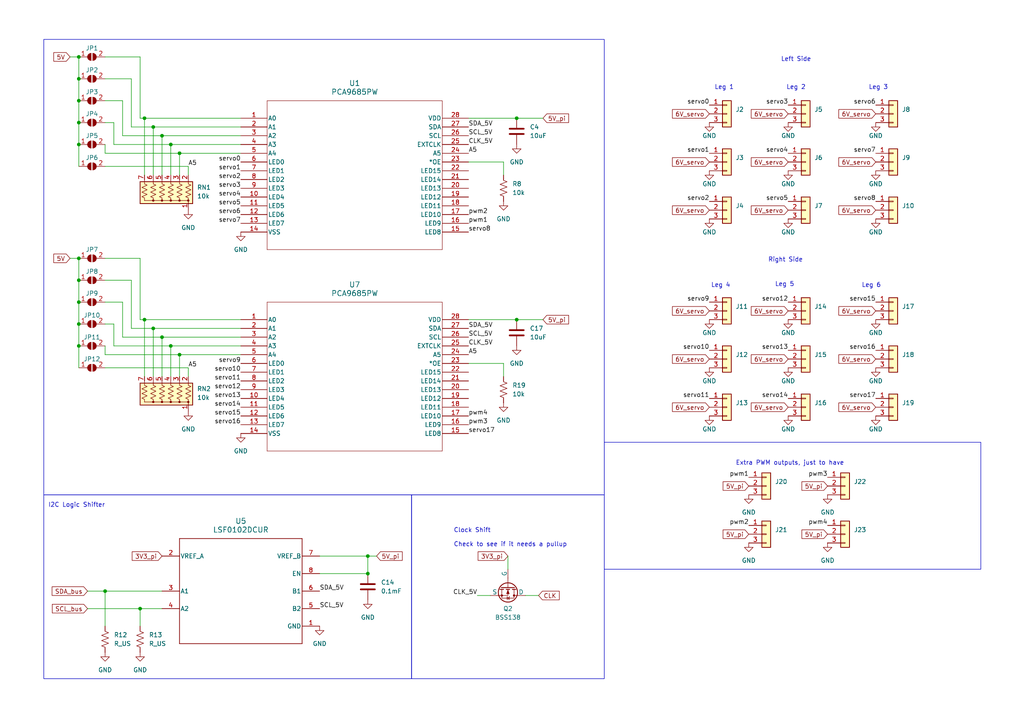
<source format=kicad_sch>
(kicad_sch (version 20231120) (generator "eeschema") (generator_version "8.0")
  (paper "A4")
  (lib_symbols
    (symbol "Alecs_Lib:LSF0102DCUR" (pin_names (offset 0.254))
      (property "Reference" "U" (at 0 2.54 0))
      (property "Value" "LSF0102DCUR" (at 0 0 0))
      (symbol "LSF0102DCUR_0_1"
        (polyline (pts (xy -17.78 -15.24) (xy 17.78 -15.24)) (stroke (width 0.2032)))
        (polyline (pts (xy -17.78 15.24) (xy -17.78 -15.24)) (stroke (width 0.2032)))
        (polyline (pts (xy 17.78 -15.24) (xy 17.78 15.24)) (stroke (width 0.2032)))
        (polyline (pts (xy 17.78 15.24) (xy -17.78 15.24)) (stroke (width 0.2032)))
        (pin power_in line (at 22.86 -10.16 180) (length 5.08) (name "GND") (number "1"))
        (pin power_in line (at -22.86 10.16 0) (length 5.08) (name "VREF_A") (number "2"))
        (pin bidirectional line (at -22.86 0 0) (length 5.08) (name "A1") (number "3"))
        (pin bidirectional line (at -22.86 -5.08 0) (length 5.08) (name "A2") (number "4"))
        (pin bidirectional line (at 22.86 -5.08 180) (length 5.08) (name "B2") (number "5"))
        (pin bidirectional line (at 22.86 0 180) (length 5.08) (name "B1") (number "6"))
        (pin power_in line (at 22.86 10.16 180) (length 5.08) (name "VREF_B") (number "7"))
        (pin input line (at 22.86 5.08 180) (length 5.08) (name "EN") (number "8"))
      )
    )
    (symbol "Alecs_Lib:PCA9685PW" (pin_names (offset 0.254))
      (property "Reference" "U" (at 33.02 10.16 0))
      (property "Value" "PCA9685PW" (at 33.02 7.62 0))
      (property "Footprint" "SOT361-1_NXP" (at 0 0 0))
      (property "Datasheet" "https://www.digikey.be/htmldatasheets/production/1640697/0/0/1/PCA9685-Datasheet.pdf" (at 0 0 0))
      (symbol "PCA9685PW_0_1"
        (polyline (pts (xy 7.62 -38.1) (xy 58.42 -38.1)) (stroke (width 0.127)))
        (polyline (pts (xy 7.62 5.08) (xy 7.62 -38.1)) (stroke (width 0.127)))
        (polyline (pts (xy 58.42 -38.1) (xy 58.42 5.08)) (stroke (width 0.127)))
        (polyline (pts (xy 58.42 5.08) (xy 7.62 5.08)) (stroke (width 0.127)))
        (pin unspecified line (at 0 0 0) (length 7.62) (name "A0") (number "1"))
        (pin unspecified line (at 0 -22.86 0) (length 7.62) (name "LED4") (number "10"))
        (pin unspecified line (at 0 -25.4 0) (length 7.62) (name "LED5") (number "11"))
        (pin unspecified line (at 0 -27.94 0) (length 7.62) (name "LED6") (number "12"))
        (pin unspecified line (at 0 -30.48 0) (length 7.62) (name "LED7") (number "13"))
        (pin unspecified line (at 0 -33.02 0) (length 7.62) (name "VSS") (number "14"))
        (pin unspecified line (at 66.04 -33.02 180) (length 7.62) (name "LED8") (number "15"))
        (pin unspecified line (at 66.04 -30.48 180) (length 7.62) (name "LED9") (number "16"))
        (pin unspecified line (at 66.04 -27.94 180) (length 7.62) (name "LED10") (number "17"))
        (pin unspecified line (at 66.04 -25.4 180) (length 7.62) (name "LED11") (number "18"))
        (pin unspecified line (at 66.04 -22.86 180) (length 7.62) (name "LED12") (number "19"))
        (pin unspecified line (at 0 -2.54 0) (length 7.62) (name "A1") (number "2"))
        (pin unspecified line (at 66.04 -20.32 180) (length 7.62) (name "LED13") (number "20"))
        (pin unspecified line (at 66.04 -17.78 180) (length 7.62) (name "LED14") (number "21"))
        (pin unspecified line (at 66.04 -15.24 180) (length 7.62) (name "LED15") (number "22"))
        (pin unspecified line (at 66.04 -12.7 180) (length 7.62) (name "*OE") (number "23"))
        (pin unspecified line (at 66.04 -10.16 180) (length 7.62) (name "A5") (number "24"))
        (pin unspecified line (at 66.04 -7.62 180) (length 7.62) (name "EXTCLK") (number "25"))
        (pin unspecified line (at 66.04 -5.08 180) (length 7.62) (name "SCL") (number "26"))
        (pin unspecified line (at 66.04 -2.54 180) (length 7.62) (name "SDA") (number "27"))
        (pin unspecified line (at 66.04 0 180) (length 7.62) (name "VDD") (number "28"))
        (pin unspecified line (at 0 -5.08 0) (length 7.62) (name "A2") (number "3"))
        (pin unspecified line (at 0 -7.62 0) (length 7.62) (name "A3") (number "4"))
        (pin unspecified line (at 0 -10.16 0) (length 7.62) (name "A4") (number "5"))
        (pin unspecified line (at 0 -12.7 0) (length 7.62) (name "LED0") (number "6"))
        (pin unspecified line (at 0 -15.24 0) (length 7.62) (name "LED1") (number "7"))
        (pin unspecified line (at 0 -17.78 0) (length 7.62) (name "LED2") (number "8"))
        (pin unspecified line (at 0 -20.32 0) (length 7.62) (name "LED3") (number "9"))
      )
    )
    (symbol "Connector_Generic:Conn_01x03" (pin_names (offset 1.016) hide)
      (property "Reference" "J" (at 0 5.08 0))
      (property "Value" "Conn_01x03" (at 0 -5.08 0))
      (symbol "Conn_01x03_1_1"
        (rectangle (start -1.27 -2.413) (end 0 -2.667) (stroke (width 0.1524)))
        (rectangle (start -1.27 0.127) (end 0 -0.127) (stroke (width 0.1524)))
        (rectangle (start -1.27 2.667) (end 0 2.413) (stroke (width 0.1524)))
        (rectangle (start -1.27 3.81) (end 1.27 -3.81) (stroke (width 0.254)) (fill (type background)))
        (pin passive line (at -5.08 2.54 0) (length 3.81) (name "Pin_1") (number "1"))
        (pin passive line (at -5.08 0 0) (length 3.81) (name "Pin_2") (number "2"))
        (pin passive line (at -5.08 -2.54 0) (length 3.81) (name "Pin_3") (number "3"))
      )
    )
    (symbol "Device:C" (pin_numbers hide) (pin_names (offset 0.254))
      (property "Reference" "C" (at 0.635 2.54 0))
      (property "Value" "C" (at 0.635 -2.54 0))
      (symbol "C_0_1"
        (polyline (pts (xy -2.032 -0.762) (xy 2.032 -0.762)) (stroke (width 0.508)))
        (polyline (pts (xy -2.032 0.762) (xy 2.032 0.762)) (stroke (width 0.508)))
      )
      (symbol "C_1_1"
        (pin passive line (at 0 3.81 270) (length 2.794) (name "~") (number "1"))
        (pin passive line (at 0 -3.81 90) (length 2.794) (name "~") (number "2"))
      )
    )
    (symbol "Device:R_Network06_US" (pin_names (offset 0) hide)
      (property "Reference" "RN" (at -10.16 0 90))
      (property "Value" "R_Network06_US" (at 7.62 0 90))
      (symbol "R_Network06_US_0_1"
        (rectangle (start -8.89 -3.175) (end 6.35 3.175) (stroke (width 0.254)) (fill (type background)))
        (circle (center -7.62 2.286) (radius 0.254) (fill (type outline)))
        (circle (center -5.08 2.286) (radius 0.254) (fill (type outline)))
        (circle (center -2.54 2.286) (radius 0.254) (fill (type outline)))
        (polyline (pts (xy -7.62 2.286) (xy 5.08 2.286)))
        (polyline (pts (xy -7.62 2.286) (xy -7.62 1.524) (xy -6.858 1.1684) (xy -8.382 0.508) (xy -6.858 -0.1524) (xy -8.382 -0.8382) (xy -6.858 -1.524) (xy -8.382 -2.1844) (xy -7.62 -2.54) (xy -7.62 -3.81)))
        (polyline (pts (xy -5.08 2.286) (xy -5.08 1.524) (xy -4.318 1.1684) (xy -5.842 0.508) (xy -4.318 -0.1524) (xy -5.842 -0.8382) (xy -4.318 -1.524) (xy -5.842 -2.1844) (xy -5.08 -2.54) (xy -5.08 -3.81)))
        (polyline (pts (xy -2.54 2.286) (xy -2.54 1.524) (xy -1.778 1.1684) (xy -3.302 0.508) (xy -1.778 -0.1524) (xy -3.302 -0.8382) (xy -1.778 -1.524) (xy -3.302 -2.1844) (xy -2.54 -2.54) (xy -2.54 -3.81)))
        (polyline (pts (xy 0 2.286) (xy 0 1.524) (xy 0.762 1.1684) (xy -0.762 0.508) (xy 0.762 -0.1524) (xy -0.762 -0.8382) (xy 0.762 -1.524) (xy -0.762 -2.1844) (xy 0 -2.54) (xy 0 -3.81)))
        (polyline (pts (xy 2.54 2.286) (xy 2.54 1.524) (xy 3.302 1.1684) (xy 1.778 0.508) (xy 3.302 -0.1524) (xy 1.778 -0.8382) (xy 3.302 -1.524) (xy 1.778 -2.1844) (xy 2.54 -2.54) (xy 2.54 -3.81)))
        (polyline (pts (xy 5.08 2.286) (xy 5.08 1.524) (xy 5.842 1.1684) (xy 4.318 0.508) (xy 5.842 -0.1524) (xy 4.318 -0.8382) (xy 5.842 -1.524) (xy 4.318 -2.1844) (xy 5.08 -2.54) (xy 5.08 -3.81)))
        (circle (center 0 2.286) (radius 0.254) (fill (type outline)))
        (circle (center 2.54 2.286) (radius 0.254) (fill (type outline)))
      )
      (symbol "R_Network06_US_1_1"
        (pin passive line (at -7.62 5.08 270) (length 2.54) (name "common") (number "1"))
        (pin passive line (at -7.62 -5.08 90) (length 1.27) (name "R1") (number "2"))
        (pin passive line (at -5.08 -5.08 90) (length 1.27) (name "R2") (number "3"))
        (pin passive line (at -2.54 -5.08 90) (length 1.27) (name "R3") (number "4"))
        (pin passive line (at 0 -5.08 90) (length 1.27) (name "R4") (number "5"))
        (pin passive line (at 2.54 -5.08 90) (length 1.27) (name "R5") (number "6"))
        (pin passive line (at 5.08 -5.08 90) (length 1.27) (name "R6") (number "7"))
      )
    )
    (symbol "Device:R_US" (pin_numbers hide) (pin_names (offset 0))
      (property "Reference" "R" (at 2.54 0 90))
      (property "Value" "R_US" (at -2.54 0 90))
      (symbol "R_US_0_1"
        (polyline (pts (xy 0 -2.286) (xy 0 -2.54)))
        (polyline (pts (xy 0 2.286) (xy 0 2.54)))
        (polyline (pts (xy 0 -0.762) (xy 1.016 -1.143) (xy 0 -1.524) (xy -1.016 -1.905) (xy 0 -2.286)))
        (polyline (pts (xy 0 0.762) (xy 1.016 0.381) (xy 0 0) (xy -1.016 -0.381) (xy 0 -0.762)))
        (polyline (pts (xy 0 2.286) (xy 1.016 1.905) (xy 0 1.524) (xy -1.016 1.143) (xy 0 0.762)))
      )
      (symbol "R_US_1_1"
        (pin passive line (at 0 3.81 270) (length 1.27) (name "~") (number "1"))
        (pin passive line (at 0 -3.81 90) (length 1.27) (name "~") (number "2"))
      )
    )
    (symbol "GND_1" (power) (pin_numbers hide) (pin_names (offset 0) hide)
      (property "Value" "GND" (at 0 -3.81 0))
      (symbol "GND_1_0_1"
        (polyline (pts (xy 0 0) (xy 0 -1.27) (xy 1.27 -1.27) (xy 0 -2.54) (xy -1.27 -1.27) (xy 0 -1.27)))
      )
      (symbol "GND_1_1_1"
        (pin power_in line (at 0 0 270) (length 0) (name "~") (number "1"))
      )
    )
    (symbol "Jumper:SolderJumper_2_Open" (pin_names (offset 0) hide)
      (property "Reference" "JP" (at 0 2.032 0))
      (property "Value" "SolderJumper_2_Open" (at 0 -2.54 0))
      (symbol "SolderJumper_2_Open_0_1"
        (arc (start -0.254 1.016) (mid -1.2656 0) (end -0.254 -1.016))
        (arc (start -0.254 1.016) (mid -1.2656 0) (end -0.254 -1.016) (fill (type outline)))
        (polyline (pts (xy -0.254 1.016) (xy -0.254 -1.016)))
        (polyline (pts (xy 0.254 1.016) (xy 0.254 -1.016)))
        (arc (start 0.254 -1.016) (mid 1.2656 0) (end 0.254 1.016))
        (arc (start 0.254 -1.016) (mid 1.2656 0) (end 0.254 1.016) (fill (type outline)))
      )
      (symbol "SolderJumper_2_Open_1_1"
        (pin passive line (at -3.81 0 0) (length 2.54) (name "A") (number "1"))
        (pin passive line (at 3.81 0 180) (length 2.54) (name "B") (number "2"))
      )
    )
    (symbol "Simulation_SPICE:NMOS" (pin_numbers hide) (pin_names (offset 0))
      (property "Reference" "Q" (at 5.08 1.27 0))
      (property "Value" "NMOS" (at 5.08 -1.27 0))
      (symbol "NMOS_0_1"
        (polyline (pts (xy 0.254 0) (xy -2.54 0)))
        (polyline (pts (xy 0.254 1.905) (xy 0.254 -1.905)) (stroke (width 0.254)))
        (polyline (pts (xy 0.762 -1.27) (xy 0.762 -2.286)) (stroke (width 0.254)))
        (polyline (pts (xy 0.762 0.508) (xy 0.762 -0.508)) (stroke (width 0.254)))
        (polyline (pts (xy 0.762 2.286) (xy 0.762 1.27)) (stroke (width 0.254)))
        (polyline (pts (xy 2.54 2.54) (xy 2.54 1.778)))
        (polyline (pts (xy 2.54 -2.54) (xy 2.54 0) (xy 0.762 0)))
        (polyline (pts (xy 0.762 -1.778) (xy 3.302 -1.778) (xy 3.302 1.778) (xy 0.762 1.778)))
        (polyline (pts (xy 1.016 0) (xy 2.032 0.381) (xy 2.032 -0.381) (xy 1.016 0)) (fill (type outline)))
        (polyline (pts (xy 2.794 0.508) (xy 2.921 0.381) (xy 3.683 0.381) (xy 3.81 0.254)))
        (polyline (pts (xy 3.302 0.381) (xy 2.921 -0.254) (xy 3.683 -0.254) (xy 3.302 0.381)))
        (circle (center 1.651 0) (radius 2.794) (stroke (width 0.254)))
        (circle (center 2.54 -1.778) (radius 0.254) (fill (type outline)))
        (circle (center 2.54 1.778) (radius 0.254) (fill (type outline)))
      )
      (symbol "NMOS_1_1"
        (pin passive line (at 2.54 5.08 270) (length 2.54) (name "D") (number "1"))
        (pin input line (at -5.08 0 0) (length 2.54) (name "G") (number "2"))
        (pin passive line (at 2.54 -5.08 90) (length 2.54) (name "S") (number "3"))
      )
    )
    (symbol "power:GND" (power) (pin_names (offset 0))
      (property "Value" "GND" (at 0 -3.81 0))
      (symbol "GND_0_1"
        (polyline (pts (xy 0 0) (xy 0 -1.27) (xy 1.27 -1.27) (xy 0 -2.54) (xy -1.27 -1.27) (xy 0 -1.27)))
      )
      (symbol "GND_1_1"
        (pin power_in line (at 0 0 270) (length 0) hide (name "GND") (number "1"))
      )
    )
  )
  (junction (at 149.86 34.29))
  (junction (at 106.68 166.37))
  (junction (at 49.53 41.91))
  (junction (at 22.86 35.56))
  (junction (at 22.86 22.86))
  (junction (at 22.86 93.98))
  (junction (at 41.91 34.29))
  (junction (at 41.91 92.71))
  (junction (at 22.86 41.91))
  (junction (at 106.68 161.29))
  (junction (at 49.53 100.33))
  (junction (at 22.86 16.51))
  (junction (at 52.07 102.87))
  (junction (at 149.86 92.71))
  (junction (at 30.48 171.45))
  (junction (at 22.86 74.93))
  (junction (at 52.07 44.45))
  (junction (at 22.86 87.63))
  (junction (at 22.86 29.21))
  (junction (at 22.86 81.28))
  (junction (at 46.99 39.37))
  (junction (at 44.45 36.83))
  (junction (at 44.45 95.25))
  (junction (at 22.86 100.33))
  (junction (at 40.64 176.53))
  (junction (at 46.99 97.79))
  (wire (pts (xy 22.86 81.28) (xy 22.86 87.63)))
  (wire (pts (xy 22.86 87.63) (xy 22.86 93.98)))
  (wire (pts (xy 46.99 109.22) (xy 46.99 97.79)))
  (wire (pts (xy 41.91 34.29) (xy 69.85 34.29)))
  (wire (pts (xy 33.02 41.91) (xy 49.53 41.91)))
  (wire (pts (xy 106.68 161.29) (xy 92.71 161.29)))
  (wire (pts (xy 52.07 50.8) (xy 52.07 44.45)))
  (wire (pts (xy 33.02 100.33) (xy 49.53 100.33)))
  (wire (pts (xy 49.53 109.22) (xy 49.53 100.33)))
  (wire (pts (xy 30.48 16.51) (xy 40.64 16.51)))
  (wire (pts (xy 49.53 41.91) (xy 69.85 41.91)))
  (wire (pts (xy 30.48 41.91) (xy 30.48 44.45)))
  (wire (pts (xy 20.32 16.51) (xy 22.86 16.51)))
  (wire (pts (xy 22.86 35.56) (xy 22.86 41.91)))
  (wire (pts (xy 40.64 74.93) (xy 40.64 92.71)))
  (wire (pts (xy 44.45 95.25) (xy 69.85 95.25)))
  (wire (pts (xy 40.64 176.53) (xy 46.99 176.53)))
  (wire (pts (xy 33.02 93.98) (xy 33.02 100.33)))
  (wire (pts (xy 49.53 50.8) (xy 49.53 41.91)))
  (wire (pts (xy 149.86 34.29) (xy 135.89 34.29)))
  (wire (pts (xy 22.86 16.51) (xy 22.86 22.86)))
  (wire (pts (xy 22.86 74.93) (xy 22.86 81.28)))
  (wire (pts (xy 25.4 171.45) (xy 30.48 171.45)))
  (wire (pts (xy 46.99 39.37) (xy 69.85 39.37)))
  (wire (pts (xy 54.61 106.68) (xy 54.61 109.22)))
  (wire (pts (xy 152.4 172.72) (xy 156.21 172.72)))
  (wire (pts (xy 146.05 46.99) (xy 146.05 50.8)))
  (wire (pts (xy 30.48 29.21) (xy 35.56 29.21)))
  (wire (pts (xy 35.56 29.21) (xy 35.56 39.37)))
  (wire (pts (xy 22.86 22.86) (xy 22.86 29.21)))
  (wire (pts (xy 30.48 102.87) (xy 52.07 102.87)))
  (wire (pts (xy 147.32 161.29) (xy 147.32 165.1)))
  (wire (pts (xy 157.48 34.29) (xy 149.86 34.29)))
  (wire (pts (xy 30.48 35.56) (xy 33.02 35.56)))
  (wire (pts (xy 46.99 50.8) (xy 46.99 39.37)))
  (wire (pts (xy 44.45 36.83) (xy 69.85 36.83)))
  (wire (pts (xy 40.64 92.71) (xy 41.91 92.71)))
  (wire (pts (xy 30.48 74.93) (xy 40.64 74.93)))
  (wire (pts (xy 38.1 36.83) (xy 44.45 36.83)))
  (wire (pts (xy 38.1 22.86) (xy 38.1 36.83)))
  (wire (pts (xy 135.89 105.41) (xy 146.05 105.41)))
  (wire (pts (xy 22.86 93.98) (xy 22.86 100.33)))
  (wire (pts (xy 20.32 74.93) (xy 22.86 74.93)))
  (wire (pts (xy 138.43 172.72) (xy 142.24 172.72)))
  (wire (pts (xy 146.05 105.41) (xy 146.05 109.22)))
  (wire (pts (xy 109.22 161.29) (xy 106.68 161.29)))
  (wire (pts (xy 44.45 50.8) (xy 44.45 36.83)))
  (wire (pts (xy 30.48 171.45) (xy 30.48 181.61)))
  (wire (pts (xy 30.48 48.26) (xy 54.61 48.26)))
  (wire (pts (xy 41.91 109.22) (xy 41.91 92.71)))
  (wire (pts (xy 22.86 100.33) (xy 22.86 106.68)))
  (wire (pts (xy 30.48 106.68) (xy 54.61 106.68)))
  (wire (pts (xy 22.86 29.21) (xy 22.86 35.56)))
  (wire (pts (xy 54.61 48.26) (xy 54.61 50.8)))
  (wire (pts (xy 35.56 39.37) (xy 46.99 39.37)))
  (wire (pts (xy 149.86 92.71) (xy 135.89 92.71)))
  (wire (pts (xy 52.07 109.22) (xy 52.07 102.87)))
  (wire (pts (xy 135.89 46.99) (xy 146.05 46.99)))
  (wire (pts (xy 41.91 50.8) (xy 41.91 34.29)))
  (wire (pts (xy 22.86 41.91) (xy 22.86 48.26)))
  (wire (pts (xy 30.48 22.86) (xy 38.1 22.86)))
  (wire (pts (xy 30.48 100.33) (xy 30.48 102.87)))
  (wire (pts (xy 44.45 109.22) (xy 44.45 95.25)))
  (wire (pts (xy 25.4 176.53) (xy 40.64 176.53)))
  (wire (pts (xy 30.48 81.28) (xy 38.1 81.28)))
  (wire (pts (xy 38.1 95.25) (xy 44.45 95.25)))
  (wire (pts (xy 33.02 35.56) (xy 33.02 41.91)))
  (wire (pts (xy 46.99 97.79) (xy 69.85 97.79)))
  (wire (pts (xy 30.48 87.63) (xy 35.56 87.63)))
  (wire (pts (xy 41.91 92.71) (xy 69.85 92.71)))
  (wire (pts (xy 30.48 171.45) (xy 46.99 171.45)))
  (wire (pts (xy 30.48 44.45) (xy 52.07 44.45)))
  (wire (pts (xy 92.71 166.37) (xy 106.68 166.37)))
  (wire (pts (xy 52.07 102.87) (xy 69.85 102.87)))
  (wire (pts (xy 40.64 16.51) (xy 40.64 34.29)))
  (wire (pts (xy 52.07 44.45) (xy 69.85 44.45)))
  (wire (pts (xy 40.64 176.53) (xy 40.64 181.61)))
  (wire (pts (xy 35.56 97.79) (xy 46.99 97.79)))
  (wire (pts (xy 106.68 161.29) (xy 106.68 166.37)))
  (wire (pts (xy 35.56 87.63) (xy 35.56 97.79)))
  (wire (pts (xy 40.64 34.29) (xy 41.91 34.29)))
  (wire (pts (xy 49.53 100.33) (xy 69.85 100.33)))
  (wire (pts (xy 30.48 93.98) (xy 33.02 93.98)))
  (wire (pts (xy 38.1 81.28) (xy 38.1 95.25)))
  (wire (pts (xy 157.48 92.71) (xy 149.86 92.71)))
  (rectangle (start 175.26 128.27) (end 284.48 165.1))
  (rectangle (start 119.38 143.51) (end 175.26 196.85))
  (rectangle (start 12.7 143.51) (end 119.38 196.85))
  (rectangle (start 12.7 11.43) (end 175.26 143.51))
  (text "Leg 3" (at 254.762 25.4 0) (effects (font (size 1.27 1.27))))
  (text "Leg 2" (at 230.886 25.4 0) (effects (font (size 1.27 1.27))))
  (text "Extra PWM outputs, just to have" (at 229.108 134.366 0) (effects (font (size 1.27 1.27))))
  (text "Right Side" (at 227.838 75.438 0) (effects (font (size 1.27 1.27))))
  (text "Leg 6" (at 252.73 82.804 0) (effects (font (size 1.27 1.27))))
  (text "I2C Logic Shifter" (at 13.97 147.32 0) (effects (font (size 1.27 1.27)) (justify left bottom)))
  (text "Leg 4" (at 209.042 82.804 0) (effects (font (size 1.27 1.27))))
  (text "Leg 5" (at 227.584 82.55 0) (effects (font (size 1.27 1.27))))
  (text "Left Side" (at 230.886 17.272 0) (effects (font (size 1.27 1.27))))
  (text "Leg 1\n" (at 210.058 25.4 0) (effects (font (size 1.27 1.27))))
  (text "Clock Shift\n\nCheck to see if it needs a pullup" (at 131.572 155.956 0) (effects (font (size 1.27 1.27)) (justify left)))
  (label "servo9" (at 69.85 105.41 180))
  (label "servo7" (at 69.85 64.77 180))
  (label "pwm1" (at 135.89 64.77 0))
  (label "SCL_5V" (at 135.89 39.37 0))
  (label "servo10" (at 205.74 101.6 180))
  (label "SCL_5V" (at 135.89 97.79 0))
  (label "servo7" (at 254 44.45 180))
  (label "A5" (at 54.61 106.68 0))
  (label "servo2" (at 69.85 52.07 180))
  (label "servo15" (at 69.85 120.65 180))
  (label "servo11" (at 205.74 115.57 180))
  (label "SDA_5V" (at 135.89 95.25 0))
  (label "pwm3" (at 240.03 138.43 180))
  (label "A5" (at 54.61 48.26 0))
  (label "servo13" (at 69.85 115.57 180))
  (label "servo6" (at 254 30.48 180))
  (label "CLK_5V" (at 138.43 172.72 180))
  (label "servo5" (at 69.85 59.69 180))
  (label "CLK_5V" (at 135.89 100.33 0))
  (label "servo10" (at 69.85 107.95 180))
  (label "A5" (at 135.89 44.45 0))
  (label "pwm2" (at 217.17 152.4 180))
  (label "servo17" (at 135.89 125.73 0))
  (label "servo1" (at 69.85 49.53 180))
  (label "servo0" (at 69.85 46.99 180))
  (label "pwm1" (at 217.17 138.43 180))
  (label "servo14" (at 69.85 118.11 180))
  (label "A5" (at 135.89 102.87 0))
  (label "servo17" (at 254 115.57 180))
  (label "servo11" (at 69.85 110.49 180))
  (label "SCL_5V" (at 92.71 176.53 0))
  (label "servo3" (at 69.85 54.61 180))
  (label "pwm3" (at 135.89 123.19 0))
  (label "servo4" (at 228.6 44.45 180))
  (label "servo8" (at 254 58.42 180))
  (label "servo3" (at 228.6 30.48 180))
  (label "servo14" (at 228.6 115.57 180))
  (label "servo13" (at 228.6 101.6 180))
  (label "pwm4" (at 135.89 120.65 0))
  (label "servo9" (at 205.74 87.63 180))
  (label "servo16" (at 254 101.6 180))
  (label "servo2" (at 205.74 58.42 180))
  (label "servo4" (at 69.85 57.15 180))
  (label "CLK_5V" (at 135.89 41.91 0))
  (label "servo15" (at 254 87.63 180))
  (label "servo6" (at 69.85 62.23 180))
  (label "servo0" (at 205.74 30.48 180))
  (label "pwm2" (at 135.89 62.23 0))
  (label "servo5" (at 228.6 58.42 180))
  (label "SDA_5V" (at 135.89 36.83 0))
  (label "servo1" (at 205.74 44.45 180))
  (label "servo8" (at 135.89 67.31 0))
  (label "SDA_5V" (at 92.71 171.45 0))
  (label "servo12" (at 69.85 113.03 180))
  (label "servo16" (at 69.85 123.19 180))
  (label "servo12" (at 228.6 87.63 180))
  (label "pwm4" (at 240.03 152.4 180))
  (global_label "6V_servo" (shape input) (at 254 104.14 180) (property "Intersheetrefs" "${INTERSHEET_REFS}" (effects (hide yes))))
  (global_label "6V_servo" (shape input) (at 205.74 118.11 180) (property "Intersheetrefs" "${INTERSHEET_REFS}" (effects (hide yes))))
  (global_label "CLK" (shape input) (at 156.21 172.72 0) (property "Intersheetrefs" "${INTERSHEET_REFS}" (effects (hide yes))))
  (global_label "5V" (shape input) (at 20.32 74.93 180) (property "Intersheetrefs" "${INTERSHEET_REFS}" (effects (hide yes))))
  (global_label "3V3_pi" (shape input) (at 147.32 161.29 180) (property "Intersheetrefs" "${INTERSHEET_REFS}" (effects (hide yes))))
  (global_label "6V_servo" (shape input) (at 228.6 33.02 180) (property "Intersheetrefs" "${INTERSHEET_REFS}" (effects (hide yes))))
  (global_label "6V_servo" (shape input) (at 254 118.11 180) (property "Intersheetrefs" "${INTERSHEET_REFS}" (effects (hide yes))))
  (global_label "5V_pi" (shape input) (at 217.17 140.97 180) (property "Intersheetrefs" "${INTERSHEET_REFS}" (effects (hide yes))))
  (global_label "6V_servo" (shape input) (at 205.74 90.17 180) (property "Intersheetrefs" "${INTERSHEET_REFS}" (effects (hide yes))))
  (global_label "5V_pi" (shape input) (at 217.17 154.94 180) (property "Intersheetrefs" "${INTERSHEET_REFS}" (effects (hide yes))))
  (global_label "6V_servo" (shape input) (at 228.6 90.17 180) (property "Intersheetrefs" "${INTERSHEET_REFS}" (effects (hide yes))))
  (global_label "6V_servo" (shape input) (at 228.6 118.11 180) (property "Intersheetrefs" "${INTERSHEET_REFS}" (effects (hide yes))))
  (global_label "5V_pi" (shape input) (at 157.48 92.71 0) (property "Intersheetrefs" "${INTERSHEET_REFS}" (effects (hide yes))))
  (global_label "5V_pi" (shape input) (at 157.48 34.29 0) (property "Intersheetrefs" "${INTERSHEET_REFS}" (effects (hide yes))))
  (global_label "6V_servo" (shape input) (at 254 90.17 180) (property "Intersheetrefs" "${INTERSHEET_REFS}" (effects (hide yes))))
  (global_label "3V3_pi" (shape input) (at 46.99 161.29 180) (property "Intersheetrefs" "${INTERSHEET_REFS}" (effects (hide yes))))
  (global_label "5V_pi" (shape input) (at 109.22 161.29 0) (property "Intersheetrefs" "${INTERSHEET_REFS}" (effects (hide yes))))
  (global_label "6V_servo" (shape input) (at 254 33.02 180) (property "Intersheetrefs" "${INTERSHEET_REFS}" (effects (hide yes))))
  (global_label "6V_servo" (shape input) (at 228.6 60.96 180) (property "Intersheetrefs" "${INTERSHEET_REFS}" (effects (hide yes))))
  (global_label "6V_servo" (shape input) (at 205.74 104.14 180) (property "Intersheetrefs" "${INTERSHEET_REFS}" (effects (hide yes))))
  (global_label "6V_servo" (shape input) (at 254 60.96 180) (property "Intersheetrefs" "${INTERSHEET_REFS}" (effects (hide yes))))
  (global_label "5V_pi" (shape input) (at 240.03 154.94 180) (property "Intersheetrefs" "${INTERSHEET_REFS}" (effects (hide yes))))
  (global_label "6V_servo" (shape input) (at 228.6 104.14 180) (property "Intersheetrefs" "${INTERSHEET_REFS}" (effects (hide yes))))
  (global_label "SCL_bus" (shape input) (at 25.4 176.53 180) (property "Intersheetrefs" "${INTERSHEET_REFS}" (effects (hide yes))))
  (global_label "6V_servo" (shape input) (at 205.74 33.02 180) (property "Intersheetrefs" "${INTERSHEET_REFS}" (effects (hide yes))))
  (global_label "6V_servo" (shape input) (at 205.74 60.96 180) (property "Intersheetrefs" "${INTERSHEET_REFS}" (effects (hide yes))))
  (global_label "6V_servo" (shape input) (at 228.6 46.99 180) (property "Intersheetrefs" "${INTERSHEET_REFS}" (effects (hide yes))))
  (global_label "5V" (shape input) (at 20.32 16.51 180) (property "Intersheetrefs" "${INTERSHEET_REFS}" (effects (hide yes))))
  (global_label "6V_servo" (shape input) (at 254 46.99 180) (property "Intersheetrefs" "${INTERSHEET_REFS}" (effects (hide yes))))
  (global_label "6V_servo" (shape input) (at 205.74 46.99 180) (property "Intersheetrefs" "${INTERSHEET_REFS}" (effects (hide yes))))
  (global_label "SDA_bus" (shape input) (at 25.4 171.45 180) (property "Intersheetrefs" "${INTERSHEET_REFS}" (effects (hide yes))))
  (global_label "5V_pi" (shape input) (at 240.03 140.97 180) (property "Intersheetrefs" "${INTERSHEET_REFS}" (effects (hide yes))))
  (symbol (lib_id "Connector_Generic:Conn_01x03") (at 259.08 46.99 0) (unit 1)
    (property "Reference" "J9" (at 261.62 45.72 0) (effects (justify left)))
    (property "Value" "Conn_01x03" (effects (hide yes)))
  )
  (symbol (lib_id "power:GND") (at 40.64 189.23 0) (unit 1)
    (property "Reference" "#PWR031" (effects (hide yes)))
    (property "Value" "GND" (at 40.64 194.31 0))
  )
  (symbol (lib_id "power:GND") (at 254 106.68 0) (unit 1)
    (property "Reference" "#PWR045" (effects (hide yes)))
    (property "Value" "GND" (at 254 110.49 0))
  )
  (symbol (lib_id "power:GND") (at 205.74 49.53 0) (unit 1)
    (property "Reference" "#PWR011" (effects (hide yes)))
    (property "Value" "GND" (at 205.74 53.34 0))
  )
  (symbol (lib_id "Connector_Generic:Conn_01x03") (at 210.82 118.11 0) (unit 1)
    (property "Reference" "J13" (at 213.36 116.84 0) (effects (justify left)))
    (property "Value" "Conn_01x03" (effects (hide yes)))
  )
  (symbol (lib_id "Jumper:SolderJumper_2_Open") (at 26.67 41.91 0) (unit 1)
    (property "Reference" "JP5" (at 26.67 39.37 0))
    (property "Value" "SolderJumper_2_Open" (effects (hide yes)))
  )
  (symbol (lib_id "Simulation_SPICE:NMOS") (at 147.32 170.18 270) (unit 1)
    (property "Reference" "Q2" (at 147.32 176.53 90))
    (property "Value" "BSS138" (at 147.32 179.07 90))
    (property "Datasheet" "https://ngspice.sourceforge.io/docs/ngspice-html-manual/manual.xhtml#cha_MOSFETs" (effects (hide yes)))
    (property "Description" "N-MOSFET transistor, drain/source/gate" (effects (hide yes)))
    (property "Sim.Device" "NMOS" (effects (hide yes)))
    (property "Sim.Type" "VDMOS" (effects (hide yes)))
    (property "Sim.Pins" "1=D 2=G 3=S" (effects (hide yes)))
  )
  (symbol (lib_id "power:GND") (at 30.48 189.23 0) (unit 1)
    (property "Reference" "#PWR032" (effects (hide yes)))
    (property "Value" "GND" (at 30.48 194.31 0))
  )
  (symbol (lib_id "power:GND") (at 69.85 125.73 0) (unit 1)
    (property "Reference" "#PWR035" (effects (hide yes)))
    (property "Value" "GND" (at 69.85 130.81 0))
  )
  (symbol (lib_id "Connector_Generic:Conn_01x03") (at 233.68 33.02 0) (unit 1)
    (property "Reference" "J5" (at 236.22 31.75 0) (effects (justify left)))
    (property "Value" "Conn_01x03" (effects (hide yes)))
  )
  (symbol (lib_id "power:GND") (at 54.61 60.96 0) (unit 1)
    (property "Reference" "#PWR04" (effects (hide yes)))
    (property "Value" "GND" (at 54.61 66.04 0))
  )
  (symbol (lib_id "Connector_Generic:Conn_01x03") (at 233.68 46.99 0) (unit 1)
    (property "Reference" "J6" (at 236.22 45.72 0) (effects (justify left)))
    (property "Value" "Conn_01x03" (effects (hide yes)))
  )
  (symbol (lib_id "power:GND") (at 254 35.56 0) (unit 1)
    (property "Reference" "#PWR016" (effects (hide yes)))
    (property "Value" "GND" (at 254 39.37 0))
  )
  (symbol (lib_id "Connector_Generic:Conn_01x03") (at 259.08 60.96 0) (unit 1)
    (property "Reference" "J10" (at 261.62 59.69 0) (effects (justify left)))
    (property "Value" "Conn_01x03" (effects (hide yes)))
  )
  (symbol (lib_id "Jumper:SolderJumper_2_Open") (at 26.67 100.33 0) (unit 1)
    (property "Reference" "JP11" (at 26.67 97.79 0))
    (property "Value" "SolderJumper_2_Open" (effects (hide yes)))
  )
  (symbol (lib_id "Connector_Generic:Conn_01x03") (at 233.68 118.11 0) (unit 1)
    (property "Reference" "J16" (at 236.22 116.84 0) (effects (justify left)))
    (property "Value" "Conn_01x03" (effects (hide yes)))
  )
  (symbol (lib_id "power:GND") (at 205.74 106.68 0) (unit 1)
    (property "Reference" "#PWR039" (effects (hide yes)))
    (property "Value" "GND" (at 205.74 110.49 0))
  )
  (symbol (lib_id "Alecs_Lib:PCA9685PW") (at 69.85 34.29 0) (unit 1)
    (property "Reference" "U1" (at 102.87 24.13 0) (effects (font (size 1.524 1.524))))
    (property "Value" "PCA9685PW" (at 102.87 26.67 0) (effects (font (size 1.524 1.524))))
    (property "Footprint" "SOT361-1_NXP" (effects (hide yes)))
    (property "Datasheet" "https://www.digikey.be/htmldatasheets/production/1640697/0/0/1/PCA9685-Datasheet.pdf" (effects (hide yes)))
  )
  (symbol (lib_id "power:GND") (at 254 63.5 0) (unit 1)
    (property "Reference" "#PWR018" (effects (hide yes)))
    (property "Value" "GND" (at 254 67.31 0))
  )
  (symbol (lib_id "power:GND") (at 228.6 106.68 0) (unit 1)
    (property "Reference" "#PWR042" (effects (hide yes)))
    (property "Value" "GND" (at 228.6 110.49 0))
  )
  (symbol (lib_id "Device:R_Network06_US") (at 46.99 114.3 180) (unit 1)
    (property "Reference" "RN2" (at 57.15 112.776 0) (effects (justify right)))
    (property "Value" "10k" (at 57.15 115.316 0) (effects (justify right)))
    (property "Footprint" "Resistor_THT:R_Array_SIP7" (effects (hide yes)))
    (property "Datasheet" "http://www.vishay.com/docs/31509/csc.pdf" (effects (hide yes)))
  )
  (symbol (lib_id "Connector_Generic:Conn_01x03") (at 222.25 154.94 0) (unit 1)
    (property "Reference" "J21" (at 224.79 153.67 0) (effects (justify left)))
    (property "Value" "Conn_01x03" (effects (hide yes)))
  )
  (symbol (lib_id "power:GND") (at 92.71 181.61 0) (unit 1)
    (property "Reference" "#PWR029" (effects (hide yes)))
    (property "Value" "GND" (at 92.71 186.69 0))
  )
  (symbol (lib_id "Jumper:SolderJumper_2_Open") (at 26.67 74.93 0) (unit 1)
    (property "Reference" "JP7" (at 26.67 72.39 0))
    (property "Value" "SolderJumper_2_Open" (effects (hide yes)))
  )
  (symbol (lib_id "Jumper:SolderJumper_2_Open") (at 26.67 48.26 0) (unit 1)
    (property "Reference" "JP6" (at 26.67 45.72 0))
    (property "Value" "SolderJumper_2_Open" (effects (hide yes)))
  )
  (symbol (lib_id "Device:R_US") (at 30.48 185.42 0) (unit 1)
    (property "Reference" "R12" (at 33.02 184.15 0) (effects (justify left)))
    (property "Value" "R_US" (at 33.02 186.69 0) (effects (justify left)))
  )
  (symbol (lib_id "Connector_Generic:Conn_01x03") (at 222.25 140.97 0) (unit 1)
    (property "Reference" "J20" (at 224.79 139.7 0) (effects (justify left)))
    (property "Value" "Conn_01x03" (effects (hide yes)))
  )
  (symbol (lib_id "power:GND") (at 254 49.53 0) (unit 1)
    (property "Reference" "#PWR017" (effects (hide yes)))
    (property "Value" "GND" (at 254 53.34 0))
  )
  (symbol (lib_id "Jumper:SolderJumper_2_Open") (at 26.67 106.68 0) (unit 1)
    (property "Reference" "JP12" (at 26.67 104.14 0))
    (property "Value" "SolderJumper_2_Open" (effects (hide yes)))
  )
  (symbol (lib_id "power:GND") (at 106.68 173.99 0) (unit 1)
    (property "Reference" "#PWR030" (effects (hide yes)))
    (property "Value" "GND" (at 106.68 179.07 0))
  )
  (symbol (lib_id "Connector_Generic:Conn_01x03") (at 233.68 60.96 0) (unit 1)
    (property "Reference" "J7" (at 236.22 59.69 0) (effects (justify left)))
    (property "Value" "Conn_01x03" (effects (hide yes)))
  )
  (symbol (lib_id "Connector_Generic:Conn_01x03") (at 245.11 154.94 0) (unit 1)
    (property "Reference" "J23" (at 247.65 153.67 0) (effects (justify left)))
    (property "Value" "Conn_01x03" (effects (hide yes)))
  )
  (symbol (lib_id "power:GND") (at 149.86 41.91 0) (unit 1)
    (property "Reference" "#PWR06" (effects (hide yes)))
    (property "Value" "GND" (at 149.86 46.99 0))
  )
  (symbol (lib_id "power:GND") (at 228.6 35.56 0) (unit 1)
    (property "Reference" "#PWR015" (effects (hide yes)))
    (property "Value" "GND" (at 228.6 39.37 0))
  )
  (symbol (lib_id "Connector_Generic:Conn_01x03") (at 259.08 118.11 0) (unit 1)
    (property "Reference" "J19" (at 261.62 116.84 0) (effects (justify left)))
    (property "Value" "Conn_01x03" (effects (hide yes)))
  )
  (symbol (lib_id "power:GND") (at 146.05 116.84 0) (unit 1)
    (property "Reference" "#PWR036" (effects (hide yes)))
    (property "Value" "GND" (at 146.05 121.92 0))
  )
  (symbol (lib_id "power:GND") (at 149.86 100.33 0) (unit 1)
    (property "Reference" "#PWR037" (effects (hide yes)))
    (property "Value" "GND" (at 149.86 105.41 0))
  )
  (symbol (lib_id "Device:C") (at 149.86 96.52 0) (unit 1)
    (property "Reference" "C17" (at 153.67 95.25 0) (effects (justify left)))
    (property "Value" "10uF" (at 153.67 97.79 0) (effects (justify left)))
  )
  (symbol (lib_id "Device:R_US") (at 40.64 185.42 0) (unit 1)
    (property "Reference" "R13" (at 43.18 184.15 0) (effects (justify left)))
    (property "Value" "R_US" (at 43.18 186.69 0) (effects (justify left)))
  )
  (symbol (lib_id "Device:C") (at 106.68 170.18 0) (unit 1)
    (property "Reference" "C14" (at 110.49 168.91 0) (effects (justify left)))
    (property "Value" "0.1mF" (at 110.49 171.45 0) (effects (justify left)))
  )
  (symbol (lib_id "Jumper:SolderJumper_2_Open") (at 26.67 29.21 0) (unit 1)
    (property "Reference" "JP3" (at 26.67 26.67 0))
    (property "Value" "SolderJumper_2_Open" (effects (hide yes)))
  )
  (symbol (lib_id "Connector_Generic:Conn_01x03") (at 210.82 46.99 0) (unit 1)
    (property "Reference" "J3" (at 213.36 45.72 0) (effects (justify left)))
    (property "Value" "Conn_01x03" (effects (hide yes)))
  )
  (symbol (lib_id "Device:R_US") (at 146.05 113.03 0) (unit 1)
    (property "Reference" "R19" (at 148.59 111.76 0) (effects (justify left)))
    (property "Value" "10k" (at 148.59 114.3 0) (effects (justify left)))
  )
  (symbol (lib_id "Connector_Generic:Conn_01x03") (at 233.68 104.14 0) (unit 1)
    (property "Reference" "J15" (at 236.22 102.87 0) (effects (justify left)))
    (property "Value" "Conn_01x03" (effects (hide yes)))
  )
  (symbol (lib_id "Connector_Generic:Conn_01x03") (at 233.68 90.17 0) (unit 1)
    (property "Reference" "J14" (at 236.22 88.9 0) (effects (justify left)))
    (property "Value" "Conn_01x03" (effects (hide yes)))
  )
  (symbol (lib_id "power:GND") (at 205.74 120.65 0) (unit 1)
    (property "Reference" "#PWR040" (effects (hide yes)))
    (property "Value" "GND" (at 205.74 124.46 0))
  )
  (symbol (lib_id "Jumper:SolderJumper_2_Open") (at 26.67 16.51 0) (unit 1)
    (property "Reference" "JP1" (at 26.67 13.97 0))
    (property "Value" "SolderJumper_2_Open" (effects (hide yes)))
  )
  (symbol (lib_id "power:GND") (at 205.74 63.5 0) (unit 1)
    (property "Reference" "#PWR012" (effects (hide yes)))
    (property "Value" "GND" (at 205.74 67.31 0))
  )
  (symbol (lib_id "Connector_Generic:Conn_01x03") (at 245.11 140.97 0) (unit 1)
    (property "Reference" "J22" (at 247.65 139.7 0) (effects (justify left)))
    (property "Value" "Conn_01x03" (effects (hide yes)))
  )
  (symbol (lib_name "GND_1") (lib_id "power:GND") (at 240.03 157.48 0) (unit 1)
    (property "Reference" "#PWR048" (effects (hide yes)))
    (property "Value" "GND" (at 240.03 162.56 0))
    (property "Description" "Power symbol creates a global label with name \"GND\" , ground" (effects (hide yes)))
  )
  (symbol (lib_id "power:GND") (at 205.74 35.56 0) (unit 1)
    (property "Reference" "#PWR010" (effects (hide yes)))
    (property "Value" "GND" (at 205.74 39.37 0))
  )
  (symbol (lib_name "GND_1") (lib_id "power:GND") (at 240.03 143.51 0) (unit 1)
    (property "Reference" "#PWR049" (effects (hide yes)))
    (property "Value" "GND" (at 240.03 148.59 0))
    (property "Description" "Power symbol creates a global label with name \"GND\" , ground" (effects (hide yes)))
  )
  (symbol (lib_id "Jumper:SolderJumper_2_Open") (at 26.67 93.98 0) (unit 1)
    (property "Reference" "JP10" (at 26.67 91.44 0))
    (property "Value" "SolderJumper_2_Open" (effects (hide yes)))
  )
  (symbol (lib_name "GND_1") (lib_id "power:GND") (at 217.17 157.48 0) (unit 1)
    (property "Reference" "#PWR047" (effects (hide yes)))
    (property "Value" "GND" (at 217.17 162.56 0))
    (property "Description" "Power symbol creates a global label with name \"GND\" , ground" (effects (hide yes)))
  )
  (symbol (lib_id "power:GND") (at 228.6 63.5 0) (unit 1)
    (property "Reference" "#PWR013" (effects (hide yes)))
    (property "Value" "GND" (at 228.6 67.31 0))
  )
  (symbol (lib_id "power:GND") (at 228.6 92.71 0) (unit 1)
    (property "Reference" "#PWR041" (effects (hide yes)))
    (property "Value" "GND" (at 228.6 96.52 0))
  )
  (symbol (lib_id "Alecs_Lib:PCA9685PW") (at 69.85 92.71 0) (unit 1)
    (property "Reference" "U7" (at 102.87 82.55 0) (effects (font (size 1.524 1.524))))
    (property "Value" "PCA9685PW" (at 102.87 85.09 0) (effects (font (size 1.524 1.524))))
    (property "Footprint" "SOT361-1_NXP" (effects (hide yes)))
    (property "Datasheet" "https://www.digikey.be/htmldatasheets/production/1640697/0/0/1/PCA9685-Datasheet.pdf" (effects (hide yes)))
  )
  (symbol (lib_id "power:GND") (at 228.6 120.65 0) (unit 1)
    (property "Reference" "#PWR043" (effects (hide yes)))
    (property "Value" "GND" (at 228.6 124.46 0))
  )
  (symbol (lib_id "power:GND") (at 254 92.71 0) (unit 1)
    (property "Reference" "#PWR044" (effects (hide yes)))
    (property "Value" "GND" (at 254 96.52 0))
  )
  (symbol (lib_id "Alecs_Lib:LSF0102DCUR") (at 69.85 171.45 0) (unit 1)
    (property "Reference" "U5" (at 69.85 151.13 0) (effects (font (size 1.524 1.524))))
    (property "Value" "LSF0102DCUR" (at 69.85 153.67 0) (effects (font (size 1.524 1.524))))
    (property "Footprint" "DCU0008A_N" (effects (hide yes)))
    (property "Datasheet" "https://www.ti.com/general/docs/suppproductinfo.tsp?distId=10&gotoUrl=https%3A%2F%2Fwww.ti.com%2Flit%2Fgpn%2Flsf0102" (effects (hide yes)))
  )
  (symbol (lib_id "Connector_Generic:Conn_01x03") (at 259.08 90.17 0) (unit 1)
    (property "Reference" "J17" (at 261.62 88.9 0) (effects (justify left)))
    (property "Value" "Conn_01x03" (effects (hide yes)))
  )
  (symbol (lib_id "Connector_Generic:Conn_01x03") (at 259.08 33.02 0) (unit 1)
    (property "Reference" "J8" (at 261.62 31.75 0) (effects (justify left)))
    (property "Value" "Conn_01x03" (effects (hide yes)))
  )
  (symbol (lib_id "Jumper:SolderJumper_2_Open") (at 26.67 35.56 0) (unit 1)
    (property "Reference" "JP4" (at 26.67 33.02 0))
    (property "Value" "SolderJumper_2_Open" (effects (hide yes)))
  )
  (symbol (lib_id "Jumper:SolderJumper_2_Open") (at 26.67 22.86 0) (unit 1)
    (property "Reference" "JP2" (at 26.67 20.32 0))
    (property "Value" "SolderJumper_2_Open" (effects (hide yes)))
  )
  (symbol (lib_id "Connector_Generic:Conn_01x03") (at 210.82 33.02 0) (unit 1)
    (property "Reference" "J2" (at 213.36 31.75 0) (effects (justify left)))
    (property "Value" "Conn_01x03" (effects (hide yes)))
  )
  (symbol (lib_id "Device:R_Network06_US") (at 46.99 55.88 180) (unit 1)
    (property "Reference" "RN1" (at 57.15 54.356 0) (effects (justify right)))
    (property "Value" "10k" (at 57.15 56.896 0) (effects (justify right)))
    (property "Footprint" "Resistor_THT:R_Array_SIP7" (effects (hide yes)))
    (property "Datasheet" "http://www.vishay.com/docs/31509/csc.pdf" (effects (hide yes)))
  )
  (symbol (lib_id "Jumper:SolderJumper_2_Open") (at 26.67 81.28 0) (unit 1)
    (property "Reference" "JP8" (at 26.67 78.74 0))
    (property "Value" "SolderJumper_2_Open" (effects (hide yes)))
  )
  (symbol (lib_name "GND_1") (lib_id "power:GND") (at 217.17 143.51 0) (unit 1)
    (property "Reference" "#PWR050" (effects (hide yes)))
    (property "Value" "GND" (at 217.17 148.59 0))
    (property "Description" "Power symbol creates a global label with name \"GND\" , ground" (effects (hide yes)))
  )
  (symbol (lib_id "power:GND") (at 69.85 67.31 0) (unit 1)
    (property "Reference" "#PWR07" (effects (hide yes)))
    (property "Value" "GND" (at 69.85 72.39 0))
  )
  (symbol (lib_id "power:GND") (at 205.74 92.71 0) (unit 1)
    (property "Reference" "#PWR038" (effects (hide yes)))
    (property "Value" "GND" (at 205.74 96.52 0))
  )
  (symbol (lib_id "Connector_Generic:Conn_01x03") (at 210.82 90.17 0) (unit 1)
    (property "Reference" "J11" (at 213.36 88.9 0) (effects (justify left)))
    (property "Value" "Conn_01x03" (effects (hide yes)))
  )
  (symbol (lib_id "Device:C") (at 149.86 38.1 0) (unit 1)
    (property "Reference" "C4" (at 153.67 36.83 0) (effects (justify left)))
    (property "Value" "10uF" (at 153.67 39.37 0) (effects (justify left)))
  )
  (symbol (lib_id "power:GND") (at 146.05 58.42 0) (unit 1)
    (property "Reference" "#PWR019" (effects (hide yes)))
    (property "Value" "GND" (at 146.05 63.5 0))
  )
  (symbol (lib_id "Connector_Generic:Conn_01x03") (at 210.82 60.96 0) (unit 1)
    (property "Reference" "J4" (at 213.36 59.69 0) (effects (justify left)))
    (property "Value" "Conn_01x03" (effects (hide yes)))
  )
  (symbol (lib_id "Jumper:SolderJumper_2_Open") (at 26.67 87.63 0) (unit 1)
    (property "Reference" "JP9" (at 26.67 85.09 0))
    (property "Value" "SolderJumper_2_Open" (effects (hide yes)))
  )
  (symbol (lib_id "power:GND") (at 254 120.65 0) (unit 1)
    (property "Reference" "#PWR046" (effects (hide yes)))
    (property "Value" "GND" (at 254 124.46 0))
  )
  (symbol (lib_id "power:GND") (at 228.6 49.53 0) (unit 1)
    (property "Reference" "#PWR014" (effects (hide yes)))
    (property "Value" "GND" (at 228.6 53.34 0))
  )
  (symbol (lib_id "Device:R_US") (at 146.05 54.61 0) (unit 1)
    (property "Reference" "R8" (at 148.59 53.34 0) (effects (justify left)))
    (property "Value" "10k" (at 148.59 55.88 0) (effects (justify left)))
  )
  (symbol (lib_id "Connector_Generic:Conn_01x03") (at 259.08 104.14 0) (unit 1)
    (property "Reference" "J18" (at 261.62 102.87 0) (effects (justify left)))
    (property "Value" "Conn_01x03" (effects (hide yes)))
  )
  (symbol (lib_id "power:GND") (at 54.61 119.38 0) (unit 1)
    (property "Reference" "#PWR034" (effects (hide yes)))
    (property "Value" "GND" (at 54.61 124.46 0))
  )
  (symbol (lib_id "Connector_Generic:Conn_01x03") (at 210.82 104.14 0) (unit 1)
    (property "Reference" "J12" (at 213.36 102.87 0) (effects (justify left)))
    (property "Value" "Conn_01x03" (effects (hide yes)))
  )
)
</source>
